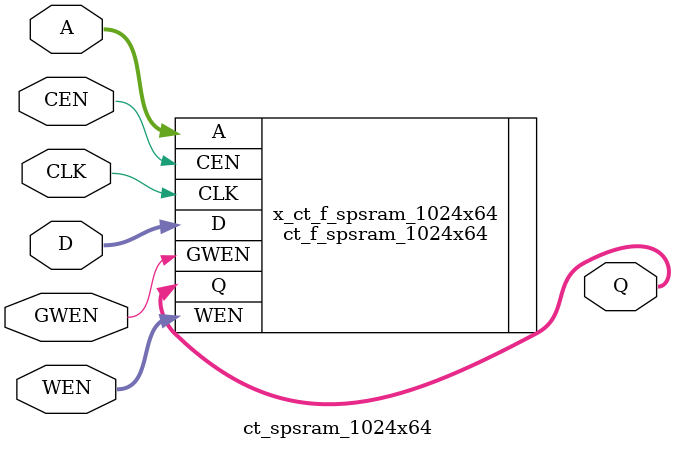
<source format=v>

/*Copyright 2019-2021 T-Head Semiconductor Co., Ltd.

Licensed under the Apache License, Version 2.0 (the "License");
you may not use this file except in compliance with the License.
You may obtain a copy of the License at

    http://www.apache.org/licenses/LICENSE-2.0

Unless required by applicable law or agreed to in writing, software
distributed under the License is distributed on an "AS IS" BASIS,
WITHOUT WARRANTIES OR CONDITIONS OF ANY KIND, either express or implied.
See the License for the specific language governing permissions and
limitations under the License.
*/

// &ModuleBeg; @22
module ct_spsram_1024x64(
  A,
  CEN,
  CLK,
  D,
  GWEN,
  Q,
  WEN
);

// &Ports; @23
input   [9 :0]  A;   
input           CEN; 
input           CLK; 
input   [63:0]  D;   
input           GWEN; 
input   [63:0]  WEN; 
output  [63:0]  Q;   

// &Regs; @24

// &Wires; @25
wire    [9 :0]  A;   
wire            CEN; 
wire            CLK; 
wire    [63:0]  D;   
wire            GWEN; 
wire    [63:0]  Q;   
wire    [63:0]  WEN; 

// &Depend("cpu_cfig.h"); @26
//**********************************************************
//                  Parameter Definition
//**********************************************************
parameter ADDR_WIDTH = 10;
parameter DATA_WIDTH = 64;
parameter WE_WIDTH   = 64;

// &Force("bus","Q",DATA_WIDTH-1,0); @34
// &Force("bus","WEN",WE_WIDTH-1,0); @35
// &Force("bus","A",ADDR_WIDTH-1,0); @36
// &Force("bus","D",DATA_WIDTH-1,0); @37

  //********************************************************
  //*                        FPGA memory                   *
  //********************************************************
  //{WEN[63:62],WEN[61:60],WEN[59:58],WEN[57:56],WEN[55:54],WEN[53:52],WEN[51:50],WEN[49:48],
  // WEN[47:46],WEN[45:44],WEN[43:42],WEN[41:40],WEN[39:38],WEN[37:36],WEN[35:34],WEN[33:32],
  // WEN[31:30],WEN[29:28],WEN[27:26],WEN[25:24],WEN[23:22],WEN[21:20],WEN[19:18],WEN[17:16],
  // WEN[15:14],WEN[13:12],WEN[11:10],WEN[ 9: 8],WEN[ 7: 6],WEN[ 5: 4],WEN[ 3: 2],WEN[ 1: 0]}
//   &Instance("ct_f_spsram_1024x64"); @47
ct_f_spsram_1024x64  x_ct_f_spsram_1024x64 (
  .A    (A   ),
  .CEN  (CEN ),
  .CLK  (CLK ),
  .D    (D   ),
  .GWEN (GWEN),
  .Q    (Q   ),
  .WEN  (WEN )
);

//   &Instance("ct_tsmc_spsram_1024x64"); @53

// &ModuleEnd; @69
endmodule



</source>
